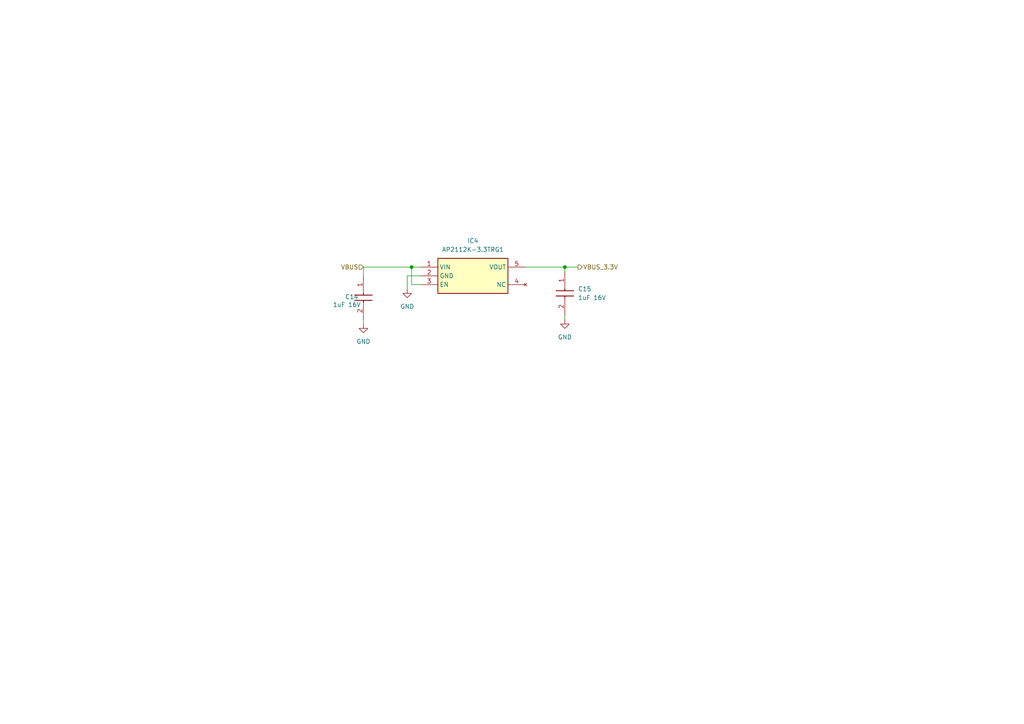
<source format=kicad_sch>
(kicad_sch
	(version 20250114)
	(generator "eeschema")
	(generator_version "9.0")
	(uuid "a06b8812-814f-4d63-b36d-dda68d64b1f6")
	(paper "A4")
	(lib_symbols
		(symbol "SamacSys_Parts:0603YC105KAZ2A"
			(pin_names
				(hide yes)
			)
			(exclude_from_sim no)
			(in_bom yes)
			(on_board yes)
			(property "Reference" "C"
				(at 8.89 6.35 0)
				(effects
					(font
						(size 1.27 1.27)
					)
					(justify left top)
				)
			)
			(property "Value" "0603YC105KAZ2A"
				(at 8.89 3.81 0)
				(effects
					(font
						(size 1.27 1.27)
					)
					(justify left top)
				)
			)
			(property "Footprint" "CAPC1608X90N"
				(at 8.89 -96.19 0)
				(effects
					(font
						(size 1.27 1.27)
					)
					(justify left top)
					(hide yes)
				)
			)
			(property "Datasheet" "https://componentsearchengine.com/Datasheets/1/06031A100FAT2A.pdf"
				(at 8.89 -196.19 0)
				(effects
					(font
						(size 1.27 1.27)
					)
					(justify left top)
					(hide yes)
				)
			)
			(property "Description" "Multilayer Ceramic Capacitors MLCC - SMD/SMT 16V 1uF X7R 0603 10%TOL"
				(at 0 0 0)
				(effects
					(font
						(size 1.27 1.27)
					)
					(hide yes)
				)
			)
			(property "Height" "0.9"
				(at 8.89 -396.19 0)
				(effects
					(font
						(size 1.27 1.27)
					)
					(justify left top)
					(hide yes)
				)
			)
			(property "Mouser Part Number" "581-0603YC105KAZ2A"
				(at 8.89 -496.19 0)
				(effects
					(font
						(size 1.27 1.27)
					)
					(justify left top)
					(hide yes)
				)
			)
			(property "Mouser Price/Stock" "https://www.mouser.co.uk/ProductDetail/KYOCERA-AVX/0603YC105KAZ2A?qs=%252BdQmOuGyFcE9PsF2K88XyA%3D%3D"
				(at 8.89 -596.19 0)
				(effects
					(font
						(size 1.27 1.27)
					)
					(justify left top)
					(hide yes)
				)
			)
			(property "Manufacturer_Name" "Kyocera AVX"
				(at 8.89 -696.19 0)
				(effects
					(font
						(size 1.27 1.27)
					)
					(justify left top)
					(hide yes)
				)
			)
			(property "Manufacturer_Part_Number" "0603YC105KAZ2A"
				(at 8.89 -796.19 0)
				(effects
					(font
						(size 1.27 1.27)
					)
					(justify left top)
					(hide yes)
				)
			)
			(symbol "0603YC105KAZ2A_1_1"
				(polyline
					(pts
						(xy 5.08 0) (xy 5.588 0)
					)
					(stroke
						(width 0.254)
						(type default)
					)
					(fill
						(type none)
					)
				)
				(polyline
					(pts
						(xy 5.588 2.54) (xy 5.588 -2.54)
					)
					(stroke
						(width 0.254)
						(type default)
					)
					(fill
						(type none)
					)
				)
				(polyline
					(pts
						(xy 7.112 2.54) (xy 7.112 -2.54)
					)
					(stroke
						(width 0.254)
						(type default)
					)
					(fill
						(type none)
					)
				)
				(polyline
					(pts
						(xy 7.112 0) (xy 7.62 0)
					)
					(stroke
						(width 0.254)
						(type default)
					)
					(fill
						(type none)
					)
				)
				(pin passive line
					(at 0 0 0)
					(length 5.08)
					(name "1"
						(effects
							(font
								(size 1.27 1.27)
							)
						)
					)
					(number "1"
						(effects
							(font
								(size 1.27 1.27)
							)
						)
					)
				)
				(pin passive line
					(at 12.7 0 180)
					(length 5.08)
					(name "2"
						(effects
							(font
								(size 1.27 1.27)
							)
						)
					)
					(number "2"
						(effects
							(font
								(size 1.27 1.27)
							)
						)
					)
				)
			)
			(embedded_fonts no)
		)
		(symbol "SamacSys_Parts:AP2112K-3.3TRG1"
			(exclude_from_sim no)
			(in_bom yes)
			(on_board yes)
			(property "Reference" "IC"
				(at 26.67 7.62 0)
				(effects
					(font
						(size 1.27 1.27)
					)
					(justify left top)
				)
			)
			(property "Value" "AP2112K-3.3TRG1"
				(at 26.67 5.08 0)
				(effects
					(font
						(size 1.27 1.27)
					)
					(justify left top)
				)
			)
			(property "Footprint" "SOT95P285X140-5N"
				(at 26.67 -94.92 0)
				(effects
					(font
						(size 1.27 1.27)
					)
					(justify left top)
					(hide yes)
				)
			)
			(property "Datasheet" "https://www.diodes.com//assets/Datasheets/AP2112.pdf"
				(at 26.67 -194.92 0)
				(effects
					(font
						(size 1.27 1.27)
					)
					(justify left top)
					(hide yes)
				)
			)
			(property "Description" "600mA 3.3V LDO Regulator Enable SOT23-5 DiodesZetex AP2112K-3.3TRG1, LDO Voltage Regulator, 3.3 V +/-1.5%, 2.5  6 Vin, 5-Pin SOT-23"
				(at 0 0 0)
				(effects
					(font
						(size 1.27 1.27)
					)
					(hide yes)
				)
			)
			(property "Height" "1.4"
				(at 26.67 -394.92 0)
				(effects
					(font
						(size 1.27 1.27)
					)
					(justify left top)
					(hide yes)
				)
			)
			(property "Mouser Part Number" "621-AP2112K-3.3TRG1"
				(at 26.67 -494.92 0)
				(effects
					(font
						(size 1.27 1.27)
					)
					(justify left top)
					(hide yes)
				)
			)
			(property "Mouser Price/Stock" "https://www.mouser.co.uk/ProductDetail/Diodes-Incorporated/AP2112K-3.3TRG1?qs=x6A8l6qLYDDPYHosCdzh%2FA%3D%3D"
				(at 26.67 -594.92 0)
				(effects
					(font
						(size 1.27 1.27)
					)
					(justify left top)
					(hide yes)
				)
			)
			(property "Manufacturer_Name" "Diodes Incorporated"
				(at 26.67 -694.92 0)
				(effects
					(font
						(size 1.27 1.27)
					)
					(justify left top)
					(hide yes)
				)
			)
			(property "Manufacturer_Part_Number" "AP2112K-3.3TRG1"
				(at 26.67 -794.92 0)
				(effects
					(font
						(size 1.27 1.27)
					)
					(justify left top)
					(hide yes)
				)
			)
			(symbol "AP2112K-3.3TRG1_1_1"
				(rectangle
					(start 5.08 2.54)
					(end 25.4 -7.62)
					(stroke
						(width 0.254)
						(type default)
					)
					(fill
						(type background)
					)
				)
				(pin passive line
					(at 0 0 0)
					(length 5.08)
					(name "VIN"
						(effects
							(font
								(size 1.27 1.27)
							)
						)
					)
					(number "1"
						(effects
							(font
								(size 1.27 1.27)
							)
						)
					)
				)
				(pin passive line
					(at 0 -2.54 0)
					(length 5.08)
					(name "GND"
						(effects
							(font
								(size 1.27 1.27)
							)
						)
					)
					(number "2"
						(effects
							(font
								(size 1.27 1.27)
							)
						)
					)
				)
				(pin passive line
					(at 0 -5.08 0)
					(length 5.08)
					(name "EN"
						(effects
							(font
								(size 1.27 1.27)
							)
						)
					)
					(number "3"
						(effects
							(font
								(size 1.27 1.27)
							)
						)
					)
				)
				(pin passive line
					(at 30.48 0 180)
					(length 5.08)
					(name "VOUT"
						(effects
							(font
								(size 1.27 1.27)
							)
						)
					)
					(number "5"
						(effects
							(font
								(size 1.27 1.27)
							)
						)
					)
				)
				(pin no_connect line
					(at 30.48 -5.08 180)
					(length 5.08)
					(name "NC"
						(effects
							(font
								(size 1.27 1.27)
							)
						)
					)
					(number "4"
						(effects
							(font
								(size 1.27 1.27)
							)
						)
					)
				)
			)
			(embedded_fonts no)
		)
		(symbol "power:GND"
			(power)
			(pin_numbers
				(hide yes)
			)
			(pin_names
				(offset 0)
				(hide yes)
			)
			(exclude_from_sim no)
			(in_bom yes)
			(on_board yes)
			(property "Reference" "#PWR"
				(at 0 -6.35 0)
				(effects
					(font
						(size 1.27 1.27)
					)
					(hide yes)
				)
			)
			(property "Value" "GND"
				(at 0 -3.81 0)
				(effects
					(font
						(size 1.27 1.27)
					)
				)
			)
			(property "Footprint" ""
				(at 0 0 0)
				(effects
					(font
						(size 1.27 1.27)
					)
					(hide yes)
				)
			)
			(property "Datasheet" ""
				(at 0 0 0)
				(effects
					(font
						(size 1.27 1.27)
					)
					(hide yes)
				)
			)
			(property "Description" "Power symbol creates a global label with name \"GND\" , ground"
				(at 0 0 0)
				(effects
					(font
						(size 1.27 1.27)
					)
					(hide yes)
				)
			)
			(property "ki_keywords" "global power"
				(at 0 0 0)
				(effects
					(font
						(size 1.27 1.27)
					)
					(hide yes)
				)
			)
			(symbol "GND_0_1"
				(polyline
					(pts
						(xy 0 0) (xy 0 -1.27) (xy 1.27 -1.27) (xy 0 -2.54) (xy -1.27 -1.27) (xy 0 -1.27)
					)
					(stroke
						(width 0)
						(type default)
					)
					(fill
						(type none)
					)
				)
			)
			(symbol "GND_1_1"
				(pin power_in line
					(at 0 0 270)
					(length 0)
					(name "~"
						(effects
							(font
								(size 1.27 1.27)
							)
						)
					)
					(number "1"
						(effects
							(font
								(size 1.27 1.27)
							)
						)
					)
				)
			)
			(embedded_fonts no)
		)
	)
	(junction
		(at 163.83 77.47)
		(diameter 0)
		(color 0 0 0 0)
		(uuid "3147edba-e3c8-46a8-b63a-f5f571f23e78")
	)
	(junction
		(at 119.38 77.47)
		(diameter 0)
		(color 0 0 0 0)
		(uuid "c0f52bd1-f783-4e08-9fa0-1484164ffdd0")
	)
	(wire
		(pts
			(xy 118.11 80.01) (xy 121.92 80.01)
		)
		(stroke
			(width 0)
			(type default)
		)
		(uuid "0223596c-5984-4932-8abc-4a2b0bbdc405")
	)
	(wire
		(pts
			(xy 163.83 91.44) (xy 163.83 92.71)
		)
		(stroke
			(width 0)
			(type default)
		)
		(uuid "39c89b04-e31c-45a9-8339-e396d18423ba")
	)
	(wire
		(pts
			(xy 163.83 77.47) (xy 163.83 78.74)
		)
		(stroke
			(width 0)
			(type default)
		)
		(uuid "493dd6c1-c501-44cf-b002-f8fc39e12a15")
	)
	(wire
		(pts
			(xy 118.11 83.82) (xy 118.11 80.01)
		)
		(stroke
			(width 0)
			(type default)
		)
		(uuid "606ef382-4732-4e15-b059-6cbc36c8c558")
	)
	(wire
		(pts
			(xy 121.92 77.47) (xy 119.38 77.47)
		)
		(stroke
			(width 0)
			(type default)
		)
		(uuid "74966d3a-5b7d-402d-b223-a15bcc499955")
	)
	(wire
		(pts
			(xy 105.41 77.47) (xy 105.41 80.01)
		)
		(stroke
			(width 0)
			(type default)
		)
		(uuid "7c7b5417-9eee-420f-93de-fc1556f6a386")
	)
	(wire
		(pts
			(xy 119.38 82.55) (xy 119.38 77.47)
		)
		(stroke
			(width 0)
			(type default)
		)
		(uuid "a02571ff-fc4b-4998-ae98-5b3952431ea1")
	)
	(wire
		(pts
			(xy 152.4 77.47) (xy 163.83 77.47)
		)
		(stroke
			(width 0)
			(type default)
		)
		(uuid "b3d77f95-fe1e-4cc9-98ee-2283801ef8d4")
	)
	(wire
		(pts
			(xy 105.41 92.71) (xy 105.41 93.98)
		)
		(stroke
			(width 0)
			(type default)
		)
		(uuid "b63df290-84bb-4b67-9221-1c868daff223")
	)
	(wire
		(pts
			(xy 163.83 77.47) (xy 167.64 77.47)
		)
		(stroke
			(width 0)
			(type default)
		)
		(uuid "ca26fb77-b8d0-4cf6-b3ec-ba284be8b408")
	)
	(wire
		(pts
			(xy 121.92 82.55) (xy 119.38 82.55)
		)
		(stroke
			(width 0)
			(type default)
		)
		(uuid "efeccfc7-232c-4e90-86ed-ef74cb6bf4c4")
	)
	(wire
		(pts
			(xy 119.38 77.47) (xy 105.41 77.47)
		)
		(stroke
			(width 0)
			(type default)
		)
		(uuid "f0768535-b82a-448e-a2a8-5b89fd01b527")
	)
	(hierarchical_label "VBUS"
		(shape input)
		(at 105.41 77.47 180)
		(effects
			(font
				(size 1.27 1.27)
			)
			(justify right)
		)
		(uuid "1af3801c-ac3a-4984-a116-ecef05619b39")
	)
	(hierarchical_label "VBUS_3.3V"
		(shape output)
		(at 167.64 77.47 0)
		(effects
			(font
				(size 1.27 1.27)
			)
			(justify left)
		)
		(uuid "6dc11f35-5c35-4402-95c8-29ce7c4cf587")
	)
	(symbol
		(lib_id "power:GND")
		(at 118.11 83.82 0)
		(unit 1)
		(exclude_from_sim no)
		(in_bom yes)
		(on_board yes)
		(dnp no)
		(fields_autoplaced yes)
		(uuid "1c52c615-b9e2-4767-a0f8-7c79080b600d")
		(property "Reference" "#PWR031"
			(at 118.11 90.17 0)
			(effects
				(font
					(size 1.27 1.27)
				)
				(hide yes)
			)
		)
		(property "Value" "GND"
			(at 118.11 88.9 0)
			(effects
				(font
					(size 1.27 1.27)
				)
			)
		)
		(property "Footprint" ""
			(at 118.11 83.82 0)
			(effects
				(font
					(size 1.27 1.27)
				)
				(hide yes)
			)
		)
		(property "Datasheet" ""
			(at 118.11 83.82 0)
			(effects
				(font
					(size 1.27 1.27)
				)
				(hide yes)
			)
		)
		(property "Description" "Power symbol creates a global label with name \"GND\" , ground"
			(at 118.11 83.82 0)
			(effects
				(font
					(size 1.27 1.27)
				)
				(hide yes)
			)
		)
		(pin "1"
			(uuid "50beb007-804d-4c7e-8394-26fa694f35f3")
		)
		(instances
			(project "BLDC Controller"
				(path "/473f6d91-eb15-49f0-aa00-e4212556f75e/ceffeaa3-a949-4c33-b12e-6c67a30794ec/afda5407-2814-4853-bc14-6bbf8c3f96e7"
					(reference "#PWR031")
					(unit 1)
				)
			)
		)
	)
	(symbol
		(lib_id "SamacSys_Parts:0603YC105KAZ2A")
		(at 163.83 78.74 270)
		(unit 1)
		(exclude_from_sim no)
		(in_bom yes)
		(on_board yes)
		(dnp no)
		(fields_autoplaced yes)
		(uuid "44d0be29-03ea-4965-9d59-d3b1b97645fb")
		(property "Reference" "C15"
			(at 167.64 83.8199 90)
			(effects
				(font
					(size 1.27 1.27)
				)
				(justify left)
			)
		)
		(property "Value" "1uF 16V"
			(at 167.64 86.3599 90)
			(effects
				(font
					(size 1.27 1.27)
				)
				(justify left)
			)
		)
		(property "Footprint" "CAPC1608X90N"
			(at 67.64 87.63 0)
			(effects
				(font
					(size 1.27 1.27)
				)
				(justify left top)
				(hide yes)
			)
		)
		(property "Datasheet" "https://componentsearchengine.com/Datasheets/1/06031A100FAT2A.pdf"
			(at -32.36 87.63 0)
			(effects
				(font
					(size 1.27 1.27)
				)
				(justify left top)
				(hide yes)
			)
		)
		(property "Description" "Multilayer Ceramic Capacitors MLCC - SMD/SMT 16V 1uF X7R 0603 10%TOL"
			(at 163.83 78.74 0)
			(effects
				(font
					(size 1.27 1.27)
				)
				(hide yes)
			)
		)
		(property "Height" "0.9"
			(at -232.36 87.63 0)
			(effects
				(font
					(size 1.27 1.27)
				)
				(justify left top)
				(hide yes)
			)
		)
		(property "Mouser Part Number" "581-0603YC105KAZ2A"
			(at -332.36 87.63 0)
			(effects
				(font
					(size 1.27 1.27)
				)
				(justify left top)
				(hide yes)
			)
		)
		(property "Mouser Price/Stock" "https://www.mouser.co.uk/ProductDetail/KYOCERA-AVX/0603YC105KAZ2A?qs=%252BdQmOuGyFcE9PsF2K88XyA%3D%3D"
			(at -432.36 87.63 0)
			(effects
				(font
					(size 1.27 1.27)
				)
				(justify left top)
				(hide yes)
			)
		)
		(property "Manufacturer_Name" "Kyocera AVX"
			(at -532.36 87.63 0)
			(effects
				(font
					(size 1.27 1.27)
				)
				(justify left top)
				(hide yes)
			)
		)
		(property "Manufacturer_Part_Number" "0603YC105KAZ2A"
			(at -632.36 87.63 0)
			(effects
				(font
					(size 1.27 1.27)
				)
				(justify left top)
				(hide yes)
			)
		)
		(pin "2"
			(uuid "36df50e2-a491-4cb7-9131-d1c148fc9634")
		)
		(pin "1"
			(uuid "ed14527b-1e72-4c5b-b73f-c5e1e81e41ec")
		)
		(instances
			(project "BLDC Controller"
				(path "/473f6d91-eb15-49f0-aa00-e4212556f75e/ceffeaa3-a949-4c33-b12e-6c67a30794ec/afda5407-2814-4853-bc14-6bbf8c3f96e7"
					(reference "C15")
					(unit 1)
				)
			)
		)
	)
	(symbol
		(lib_id "power:GND")
		(at 163.83 92.71 0)
		(unit 1)
		(exclude_from_sim no)
		(in_bom yes)
		(on_board yes)
		(dnp no)
		(fields_autoplaced yes)
		(uuid "4d4284cd-a67b-4d75-9b4c-21f072463035")
		(property "Reference" "#PWR032"
			(at 163.83 99.06 0)
			(effects
				(font
					(size 1.27 1.27)
				)
				(hide yes)
			)
		)
		(property "Value" "GND"
			(at 163.83 97.79 0)
			(effects
				(font
					(size 1.27 1.27)
				)
			)
		)
		(property "Footprint" ""
			(at 163.83 92.71 0)
			(effects
				(font
					(size 1.27 1.27)
				)
				(hide yes)
			)
		)
		(property "Datasheet" ""
			(at 163.83 92.71 0)
			(effects
				(font
					(size 1.27 1.27)
				)
				(hide yes)
			)
		)
		(property "Description" "Power symbol creates a global label with name \"GND\" , ground"
			(at 163.83 92.71 0)
			(effects
				(font
					(size 1.27 1.27)
				)
				(hide yes)
			)
		)
		(pin "1"
			(uuid "b7d41366-7b90-41fe-b02e-c4e129d38a9d")
		)
		(instances
			(project "BLDC Controller"
				(path "/473f6d91-eb15-49f0-aa00-e4212556f75e/ceffeaa3-a949-4c33-b12e-6c67a30794ec/afda5407-2814-4853-bc14-6bbf8c3f96e7"
					(reference "#PWR032")
					(unit 1)
				)
			)
		)
	)
	(symbol
		(lib_id "power:GND")
		(at 105.41 93.98 0)
		(unit 1)
		(exclude_from_sim no)
		(in_bom yes)
		(on_board yes)
		(dnp no)
		(fields_autoplaced yes)
		(uuid "5bbe13dc-2095-4d7e-b5f0-e17979af4b7e")
		(property "Reference" "#PWR030"
			(at 105.41 100.33 0)
			(effects
				(font
					(size 1.27 1.27)
				)
				(hide yes)
			)
		)
		(property "Value" "GND"
			(at 105.41 99.06 0)
			(effects
				(font
					(size 1.27 1.27)
				)
			)
		)
		(property "Footprint" ""
			(at 105.41 93.98 0)
			(effects
				(font
					(size 1.27 1.27)
				)
				(hide yes)
			)
		)
		(property "Datasheet" ""
			(at 105.41 93.98 0)
			(effects
				(font
					(size 1.27 1.27)
				)
				(hide yes)
			)
		)
		(property "Description" "Power symbol creates a global label with name \"GND\" , ground"
			(at 105.41 93.98 0)
			(effects
				(font
					(size 1.27 1.27)
				)
				(hide yes)
			)
		)
		(pin "1"
			(uuid "19fc8c80-7ab6-4cd1-a464-2ad98acc2511")
		)
		(instances
			(project ""
				(path "/473f6d91-eb15-49f0-aa00-e4212556f75e/ceffeaa3-a949-4c33-b12e-6c67a30794ec/afda5407-2814-4853-bc14-6bbf8c3f96e7"
					(reference "#PWR030")
					(unit 1)
				)
			)
		)
	)
	(symbol
		(lib_id "SamacSys_Parts:0603YC105KAZ2A")
		(at 105.41 80.01 270)
		(unit 1)
		(exclude_from_sim no)
		(in_bom yes)
		(on_board yes)
		(dnp no)
		(uuid "b981c0c4-c398-4660-87e6-ac889703c937")
		(property "Reference" "C14"
			(at 100.076 86.106 90)
			(effects
				(font
					(size 1.27 1.27)
				)
				(justify left)
			)
		)
		(property "Value" "1uF 16V"
			(at 96.52 88.392 90)
			(effects
				(font
					(size 1.27 1.27)
				)
				(justify left)
			)
		)
		(property "Footprint" "CAPC1608X90N"
			(at 9.22 88.9 0)
			(effects
				(font
					(size 1.27 1.27)
				)
				(justify left top)
				(hide yes)
			)
		)
		(property "Datasheet" "https://componentsearchengine.com/Datasheets/1/06031A100FAT2A.pdf"
			(at -90.78 88.9 0)
			(effects
				(font
					(size 1.27 1.27)
				)
				(justify left top)
				(hide yes)
			)
		)
		(property "Description" "Multilayer Ceramic Capacitors MLCC - SMD/SMT 16V 1uF X7R 0603 10%TOL"
			(at 105.41 80.01 0)
			(effects
				(font
					(size 1.27 1.27)
				)
				(hide yes)
			)
		)
		(property "Height" "0.9"
			(at -290.78 88.9 0)
			(effects
				(font
					(size 1.27 1.27)
				)
				(justify left top)
				(hide yes)
			)
		)
		(property "Mouser Part Number" "581-0603YC105KAZ2A"
			(at -390.78 88.9 0)
			(effects
				(font
					(size 1.27 1.27)
				)
				(justify left top)
				(hide yes)
			)
		)
		(property "Mouser Price/Stock" "https://www.mouser.co.uk/ProductDetail/KYOCERA-AVX/0603YC105KAZ2A?qs=%252BdQmOuGyFcE9PsF2K88XyA%3D%3D"
			(at -490.78 88.9 0)
			(effects
				(font
					(size 1.27 1.27)
				)
				(justify left top)
				(hide yes)
			)
		)
		(property "Manufacturer_Name" "Kyocera AVX"
			(at -590.78 88.9 0)
			(effects
				(font
					(size 1.27 1.27)
				)
				(justify left top)
				(hide yes)
			)
		)
		(property "Manufacturer_Part_Number" "0603YC105KAZ2A"
			(at -690.78 88.9 0)
			(effects
				(font
					(size 1.27 1.27)
				)
				(justify left top)
				(hide yes)
			)
		)
		(pin "2"
			(uuid "97f9059c-bd5c-4ee9-8ffe-17b2e05d38f2")
		)
		(pin "1"
			(uuid "eff35d43-7286-42fa-be38-f920cec5c28e")
		)
		(instances
			(project ""
				(path "/473f6d91-eb15-49f0-aa00-e4212556f75e/ceffeaa3-a949-4c33-b12e-6c67a30794ec/afda5407-2814-4853-bc14-6bbf8c3f96e7"
					(reference "C14")
					(unit 1)
				)
			)
		)
	)
	(symbol
		(lib_id "SamacSys_Parts:AP2112K-3.3TRG1")
		(at 121.92 77.47 0)
		(unit 1)
		(exclude_from_sim no)
		(in_bom yes)
		(on_board yes)
		(dnp no)
		(fields_autoplaced yes)
		(uuid "ba934e5c-6520-46fb-9ecc-f7bd7809f96c")
		(property "Reference" "IC4"
			(at 137.16 69.85 0)
			(effects
				(font
					(size 1.27 1.27)
				)
			)
		)
		(property "Value" "AP2112K-3.3TRG1"
			(at 137.16 72.39 0)
			(effects
				(font
					(size 1.27 1.27)
				)
			)
		)
		(property "Footprint" "SOT95P285X140-5N"
			(at 148.59 172.39 0)
			(effects
				(font
					(size 1.27 1.27)
				)
				(justify left top)
				(hide yes)
			)
		)
		(property "Datasheet" "https://www.diodes.com//assets/Datasheets/AP2112.pdf"
			(at 148.59 272.39 0)
			(effects
				(font
					(size 1.27 1.27)
				)
				(justify left top)
				(hide yes)
			)
		)
		(property "Description" "600mA 3.3V LDO Regulator Enable SOT23-5 DiodesZetex AP2112K-3.3TRG1, LDO Voltage Regulator, 3.3 V +/-1.5%, 2.5  6 Vin, 5-Pin SOT-23"
			(at 121.92 77.47 0)
			(effects
				(font
					(size 1.27 1.27)
				)
				(hide yes)
			)
		)
		(property "Height" "1.4"
			(at 148.59 472.39 0)
			(effects
				(font
					(size 1.27 1.27)
				)
				(justify left top)
				(hide yes)
			)
		)
		(property "Mouser Part Number" "621-AP2112K-3.3TRG1"
			(at 148.59 572.39 0)
			(effects
				(font
					(size 1.27 1.27)
				)
				(justify left top)
				(hide yes)
			)
		)
		(property "Mouser Price/Stock" "https://www.mouser.co.uk/ProductDetail/Diodes-Incorporated/AP2112K-3.3TRG1?qs=x6A8l6qLYDDPYHosCdzh%2FA%3D%3D"
			(at 148.59 672.39 0)
			(effects
				(font
					(size 1.27 1.27)
				)
				(justify left top)
				(hide yes)
			)
		)
		(property "Manufacturer_Name" "Diodes Incorporated"
			(at 148.59 772.39 0)
			(effects
				(font
					(size 1.27 1.27)
				)
				(justify left top)
				(hide yes)
			)
		)
		(property "Manufacturer_Part_Number" "AP2112K-3.3TRG1"
			(at 148.59 872.39 0)
			(effects
				(font
					(size 1.27 1.27)
				)
				(justify left top)
				(hide yes)
			)
		)
		(pin "5"
			(uuid "a90da857-2c7b-4979-9272-7851b3ac4609")
		)
		(pin "1"
			(uuid "95eaff12-1ab9-4948-b418-69f3d2815a12")
		)
		(pin "4"
			(uuid "2e54875d-4d7e-497d-919e-50101a2d58ad")
		)
		(pin "3"
			(uuid "37d6d6a4-ec11-472a-a10f-e76c6d6ea65a")
		)
		(pin "2"
			(uuid "a6cf76a9-4789-464d-94f9-a694cfcf872e")
		)
		(instances
			(project "BLDC Controller"
				(path "/473f6d91-eb15-49f0-aa00-e4212556f75e/ceffeaa3-a949-4c33-b12e-6c67a30794ec/afda5407-2814-4853-bc14-6bbf8c3f96e7"
					(reference "IC4")
					(unit 1)
				)
			)
		)
	)
)

</source>
